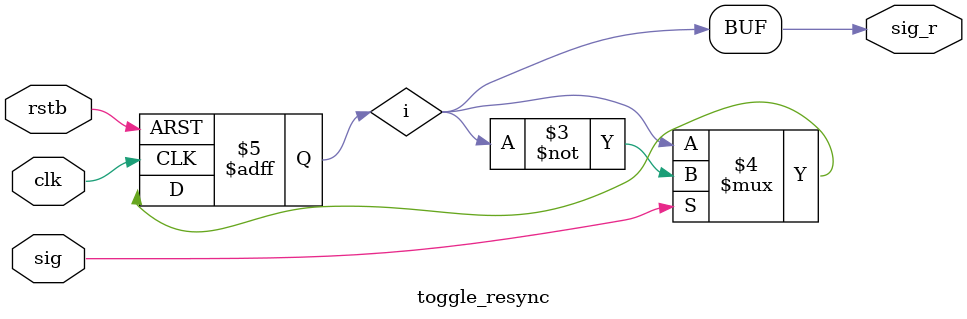
<source format=v>

module toggle_resync #(
	parameter DEPTH = 2 // number of DFF (MTBF)
) (
	// clock signals
	input  wire clk,
	// reset signals
	input  wire rstb,
	// signal transfer
	input  wire sig,
	output wire sig_r
);

reg i;

always @(posedge clk or negedge rstb)
begin: toggle
    if (!rstb)
        i <= 1'b0;
    else
        i <= (sig) ? ~i : i;
end

buf copy (sig_r, i);

endmodule
</source>
